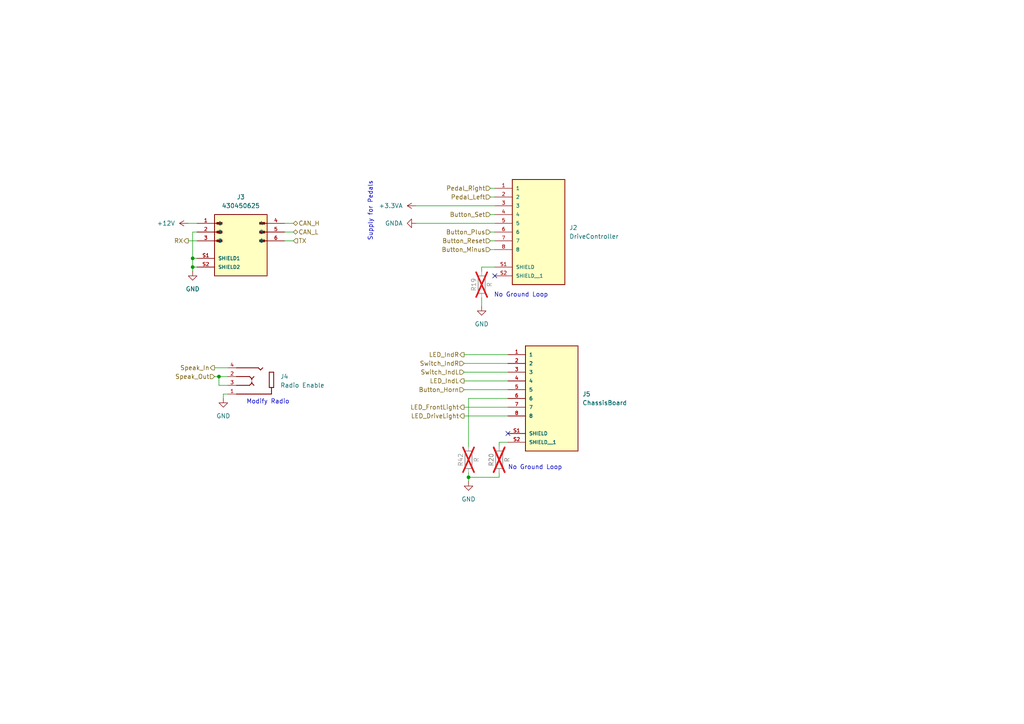
<source format=kicad_sch>
(kicad_sch
	(version 20250114)
	(generator "eeschema")
	(generator_version "9.0")
	(uuid "5200ee28-6439-4871-9b07-bcc421573130")
	(paper "A4")
	(title_block
		(title "Connectors")
		(date "2025-11-01")
		(rev "0")
		(company "Solar Energy Racers")
	)
	(lib_symbols
		(symbol "Device:R"
			(pin_numbers
				(hide yes)
			)
			(pin_names
				(offset 0)
			)
			(exclude_from_sim no)
			(in_bom yes)
			(on_board yes)
			(property "Reference" "R"
				(at 2.032 0 90)
				(effects
					(font
						(size 1.27 1.27)
					)
				)
			)
			(property "Value" "R"
				(at 0 0 90)
				(effects
					(font
						(size 1.27 1.27)
					)
				)
			)
			(property "Footprint" ""
				(at -1.778 0 90)
				(effects
					(font
						(size 1.27 1.27)
					)
					(hide yes)
				)
			)
			(property "Datasheet" "~"
				(at 0 0 0)
				(effects
					(font
						(size 1.27 1.27)
					)
					(hide yes)
				)
			)
			(property "Description" "Resistor"
				(at 0 0 0)
				(effects
					(font
						(size 1.27 1.27)
					)
					(hide yes)
				)
			)
			(property "ki_keywords" "R res resistor"
				(at 0 0 0)
				(effects
					(font
						(size 1.27 1.27)
					)
					(hide yes)
				)
			)
			(property "ki_fp_filters" "R_*"
				(at 0 0 0)
				(effects
					(font
						(size 1.27 1.27)
					)
					(hide yes)
				)
			)
			(symbol "R_0_1"
				(rectangle
					(start -1.016 -2.54)
					(end 1.016 2.54)
					(stroke
						(width 0.254)
						(type default)
					)
					(fill
						(type none)
					)
				)
			)
			(symbol "R_1_1"
				(pin passive line
					(at 0 3.81 270)
					(length 1.27)
					(name "~"
						(effects
							(font
								(size 1.27 1.27)
							)
						)
					)
					(number "1"
						(effects
							(font
								(size 1.27 1.27)
							)
						)
					)
				)
				(pin passive line
					(at 0 -3.81 90)
					(length 1.27)
					(name "~"
						(effects
							(font
								(size 1.27 1.27)
							)
						)
					)
					(number "2"
						(effects
							(font
								(size 1.27 1.27)
							)
						)
					)
				)
			)
			(embedded_fonts no)
		)
		(symbol "Imported_Symbols:430450625"
			(pin_names
				(offset 1.016)
			)
			(exclude_from_sim no)
			(in_bom yes)
			(on_board yes)
			(property "Reference" "J"
				(at -7.62 8.89 0)
				(effects
					(font
						(size 1.27 1.27)
					)
					(justify left bottom)
				)
			)
			(property "Value" "430450625"
				(at -7.62 -12.7 0)
				(effects
					(font
						(size 1.27 1.27)
					)
					(justify left bottom)
				)
			)
			(property "Footprint" "Imported_Footprints:MOLEX_430450625"
				(at 0 0 0)
				(effects
					(font
						(size 1.27 1.27)
					)
					(justify bottom)
					(hide yes)
				)
			)
			(property "Datasheet" ""
				(at 0 0 0)
				(effects
					(font
						(size 1.27 1.27)
					)
					(hide yes)
				)
			)
			(property "Description" ""
				(at 0 0 0)
				(effects
					(font
						(size 1.27 1.27)
					)
					(hide yes)
				)
			)
			(property "PARTREV" "H4"
				(at 0 0 0)
				(effects
					(font
						(size 1.27 1.27)
					)
					(justify bottom)
					(hide yes)
				)
			)
			(property "STANDARD" "Manufacturer Recommendations"
				(at 0 0 0)
				(effects
					(font
						(size 1.27 1.27)
					)
					(justify bottom)
					(hide yes)
				)
			)
			(property "MAXIMUM_PACKAGE_HEIGHT" "9.91mm"
				(at 0 0 0)
				(effects
					(font
						(size 1.27 1.27)
					)
					(justify bottom)
					(hide yes)
				)
			)
			(property "MANUFACTURER" "Molex"
				(at 0 0 0)
				(effects
					(font
						(size 1.27 1.27)
					)
					(justify bottom)
					(hide yes)
				)
			)
			(symbol "430450625_0_0"
				(polyline
					(pts
						(xy -7.62 5.08) (xy -5.715 5.08)
					)
					(stroke
						(width 0.254)
						(type default)
					)
					(fill
						(type none)
					)
				)
				(polyline
					(pts
						(xy -7.62 2.54) (xy -5.715 2.54)
					)
					(stroke
						(width 0.254)
						(type default)
					)
					(fill
						(type none)
					)
				)
				(polyline
					(pts
						(xy -7.62 0) (xy -5.715 0)
					)
					(stroke
						(width 0.254)
						(type default)
					)
					(fill
						(type none)
					)
				)
				(rectangle
					(start -7.62 -10.16)
					(end 7.62 7.62)
					(stroke
						(width 0.254)
						(type default)
					)
					(fill
						(type background)
					)
				)
				(rectangle
					(start -6.985 4.7625)
					(end -5.3975 5.3975)
					(stroke
						(width 0.1)
						(type default)
					)
					(fill
						(type outline)
					)
				)
				(rectangle
					(start -6.985 2.2225)
					(end -5.3975 2.8575)
					(stroke
						(width 0.1)
						(type default)
					)
					(fill
						(type outline)
					)
				)
				(rectangle
					(start -6.985 -0.3175)
					(end -5.3975 0.3175)
					(stroke
						(width 0.1)
						(type default)
					)
					(fill
						(type outline)
					)
				)
				(rectangle
					(start 5.3975 4.7625)
					(end 6.985 5.3975)
					(stroke
						(width 0.1)
						(type default)
					)
					(fill
						(type outline)
					)
				)
				(rectangle
					(start 5.3975 2.2225)
					(end 6.985 2.8575)
					(stroke
						(width 0.1)
						(type default)
					)
					(fill
						(type outline)
					)
				)
				(rectangle
					(start 5.3975 -0.3175)
					(end 6.985 0.3175)
					(stroke
						(width 0.1)
						(type default)
					)
					(fill
						(type outline)
					)
				)
				(polyline
					(pts
						(xy 7.62 5.08) (xy 5.715 5.08)
					)
					(stroke
						(width 0.254)
						(type default)
					)
					(fill
						(type none)
					)
				)
				(polyline
					(pts
						(xy 7.62 2.54) (xy 5.715 2.54)
					)
					(stroke
						(width 0.254)
						(type default)
					)
					(fill
						(type none)
					)
				)
				(polyline
					(pts
						(xy 7.62 0) (xy 5.715 0)
					)
					(stroke
						(width 0.254)
						(type default)
					)
					(fill
						(type none)
					)
				)
				(pin passive line
					(at -12.7 5.08 0)
					(length 5.08)
					(name "1"
						(effects
							(font
								(size 1.016 1.016)
							)
						)
					)
					(number "1"
						(effects
							(font
								(size 1.016 1.016)
							)
						)
					)
				)
				(pin passive line
					(at -12.7 2.54 0)
					(length 5.08)
					(name "2"
						(effects
							(font
								(size 1.016 1.016)
							)
						)
					)
					(number "2"
						(effects
							(font
								(size 1.016 1.016)
							)
						)
					)
				)
				(pin passive line
					(at -12.7 0 0)
					(length 5.08)
					(name "3"
						(effects
							(font
								(size 1.016 1.016)
							)
						)
					)
					(number "3"
						(effects
							(font
								(size 1.016 1.016)
							)
						)
					)
				)
				(pin passive line
					(at -12.7 -5.08 0)
					(length 5.08)
					(name "SHIELD1"
						(effects
							(font
								(size 1.016 1.016)
							)
						)
					)
					(number "S1"
						(effects
							(font
								(size 1.016 1.016)
							)
						)
					)
				)
				(pin passive line
					(at -12.7 -7.62 0)
					(length 5.08)
					(name "SHIELD2"
						(effects
							(font
								(size 1.016 1.016)
							)
						)
					)
					(number "S2"
						(effects
							(font
								(size 1.016 1.016)
							)
						)
					)
				)
				(pin passive line
					(at 12.7 5.08 180)
					(length 5.08)
					(name "4"
						(effects
							(font
								(size 1.016 1.016)
							)
						)
					)
					(number "4"
						(effects
							(font
								(size 1.016 1.016)
							)
						)
					)
				)
				(pin passive line
					(at 12.7 2.54 180)
					(length 5.08)
					(name "5"
						(effects
							(font
								(size 1.016 1.016)
							)
						)
					)
					(number "5"
						(effects
							(font
								(size 1.016 1.016)
							)
						)
					)
				)
				(pin passive line
					(at 12.7 0 180)
					(length 5.08)
					(name "6"
						(effects
							(font
								(size 1.016 1.016)
							)
						)
					)
					(number "6"
						(effects
							(font
								(size 1.016 1.016)
							)
						)
					)
				)
			)
			(embedded_fonts no)
		)
		(symbol "Imported_Symbols:CRJ027-1-TH"
			(pin_names
				(offset 1.016)
			)
			(exclude_from_sim no)
			(in_bom yes)
			(on_board yes)
			(property "Reference" "J"
				(at -7.62 13.97 0)
				(effects
					(font
						(size 1.27 1.27)
					)
					(justify left bottom)
				)
			)
			(property "Value" "CRJ027-1-TH"
				(at -7.62 -19.05 0)
				(effects
					(font
						(size 1.27 1.27)
					)
					(justify left top)
				)
			)
			(property "Footprint" "Imported_Footprints:CUI_CRJ027-1-TH"
				(at 0 0 0)
				(effects
					(font
						(size 1.27 1.27)
					)
					(justify bottom)
					(hide yes)
				)
			)
			(property "Datasheet" ""
				(at 0 0 0)
				(effects
					(font
						(size 1.27 1.27)
					)
					(hide yes)
				)
			)
			(property "Description" ""
				(at 0 0 0)
				(effects
					(font
						(size 1.27 1.27)
					)
					(hide yes)
				)
			)
			(property "PARTREV" "1.0"
				(at 0 0 0)
				(effects
					(font
						(size 1.27 1.27)
					)
					(justify bottom)
					(hide yes)
				)
			)
			(property "STANDARD" "Manufacturer Recommendations"
				(at 0 0 0)
				(effects
					(font
						(size 1.27 1.27)
					)
					(justify bottom)
					(hide yes)
				)
			)
			(property "MAXIMUM_PACKAGE_HEIGHT" "16.55mm"
				(at 0 0 0)
				(effects
					(font
						(size 1.27 1.27)
					)
					(justify bottom)
					(hide yes)
				)
			)
			(property "MANUFACTURER" "CUI Devices"
				(at 0 0 0)
				(effects
					(font
						(size 1.27 1.27)
					)
					(justify bottom)
					(hide yes)
				)
			)
			(symbol "CRJ027-1-TH_0_0"
				(rectangle
					(start -7.62 12.7)
					(end 7.62 -17.78)
					(stroke
						(width 0.254)
						(type default)
					)
					(fill
						(type background)
					)
				)
				(pin passive line
					(at -12.7 10.16 0)
					(length 5.08)
					(name "1"
						(effects
							(font
								(size 1.016 1.016)
							)
						)
					)
					(number "1"
						(effects
							(font
								(size 1.016 1.016)
							)
						)
					)
				)
				(pin passive line
					(at -12.7 7.62 0)
					(length 5.08)
					(name "2"
						(effects
							(font
								(size 1.016 1.016)
							)
						)
					)
					(number "2"
						(effects
							(font
								(size 1.016 1.016)
							)
						)
					)
				)
				(pin passive line
					(at -12.7 5.08 0)
					(length 5.08)
					(name "3"
						(effects
							(font
								(size 1.016 1.016)
							)
						)
					)
					(number "3"
						(effects
							(font
								(size 1.016 1.016)
							)
						)
					)
				)
				(pin passive line
					(at -12.7 2.54 0)
					(length 5.08)
					(name "4"
						(effects
							(font
								(size 1.016 1.016)
							)
						)
					)
					(number "4"
						(effects
							(font
								(size 1.016 1.016)
							)
						)
					)
				)
				(pin passive line
					(at -12.7 0 0)
					(length 5.08)
					(name "5"
						(effects
							(font
								(size 1.016 1.016)
							)
						)
					)
					(number "5"
						(effects
							(font
								(size 1.016 1.016)
							)
						)
					)
				)
				(pin passive line
					(at -12.7 -2.54 0)
					(length 5.08)
					(name "6"
						(effects
							(font
								(size 1.016 1.016)
							)
						)
					)
					(number "6"
						(effects
							(font
								(size 1.016 1.016)
							)
						)
					)
				)
				(pin passive line
					(at -12.7 -5.08 0)
					(length 5.08)
					(name "7"
						(effects
							(font
								(size 1.016 1.016)
							)
						)
					)
					(number "7"
						(effects
							(font
								(size 1.016 1.016)
							)
						)
					)
				)
				(pin passive line
					(at -12.7 -7.62 0)
					(length 5.08)
					(name "8"
						(effects
							(font
								(size 1.016 1.016)
							)
						)
					)
					(number "8"
						(effects
							(font
								(size 1.016 1.016)
							)
						)
					)
				)
				(pin passive line
					(at -12.7 -12.7 0)
					(length 5.08)
					(name "SHIELD"
						(effects
							(font
								(size 1.016 1.016)
							)
						)
					)
					(number "S1"
						(effects
							(font
								(size 1.016 1.016)
							)
						)
					)
				)
				(pin passive line
					(at -12.7 -15.24 0)
					(length 5.08)
					(name "SHIELD__1"
						(effects
							(font
								(size 1.016 1.016)
							)
						)
					)
					(number "S2"
						(effects
							(font
								(size 1.016 1.016)
							)
						)
					)
				)
			)
			(embedded_fonts no)
		)
		(symbol "Imported_Symbols:SJ1-2503A"
			(pin_names
				(offset 1.016)
			)
			(exclude_from_sim no)
			(in_bom yes)
			(on_board yes)
			(property "Reference" "J"
				(at -5.08 3.81 0)
				(effects
					(font
						(size 1.27 1.27)
					)
					(justify left bottom)
				)
			)
			(property "Value" "SJ1-2503A"
				(at -5.08 -7.62 0)
				(effects
					(font
						(size 1.27 1.27)
					)
					(justify left bottom)
				)
			)
			(property "Footprint" "Imported_Footprints:SAMESKY_SJ1-2503A"
				(at 0 0 0)
				(effects
					(font
						(size 1.27 1.27)
					)
					(justify bottom)
					(hide yes)
				)
			)
			(property "Datasheet" ""
				(at 0 0 0)
				(effects
					(font
						(size 1.27 1.27)
					)
					(hide yes)
				)
			)
			(property "Description" ""
				(at 0 0 0)
				(effects
					(font
						(size 1.27 1.27)
					)
					(hide yes)
				)
			)
			(property "PARTREV" "1.06"
				(at 0 0 0)
				(effects
					(font
						(size 1.27 1.27)
					)
					(justify bottom)
					(hide yes)
				)
			)
			(property "STANDARD" "Manufacturer Recommendations"
				(at 0 0 0)
				(effects
					(font
						(size 1.27 1.27)
					)
					(justify bottom)
					(hide yes)
				)
			)
			(property "MAXIMUM_PACKAGE_HEIGHT" "5mm"
				(at 0 0 0)
				(effects
					(font
						(size 1.27 1.27)
					)
					(justify bottom)
					(hide yes)
				)
			)
			(property "MANUFACTURER" "Same Sky"
				(at 0 0 0)
				(effects
					(font
						(size 1.27 1.27)
					)
					(justify bottom)
					(hide yes)
				)
			)
			(symbol "SJ1-2503A_0_0"
				(polyline
					(pts
						(xy -5.715 0.635) (xy -5.08 0.635)
					)
					(stroke
						(width 0.254)
						(type default)
					)
					(fill
						(type none)
					)
				)
				(polyline
					(pts
						(xy -5.715 -3.81) (xy -5.715 0.635)
					)
					(stroke
						(width 0.254)
						(type default)
					)
					(fill
						(type none)
					)
				)
				(polyline
					(pts
						(xy -5.08 2.54) (xy -5.08 0.635)
					)
					(stroke
						(width 0.254)
						(type default)
					)
					(fill
						(type none)
					)
				)
				(polyline
					(pts
						(xy -5.08 0.635) (xy -4.445 0.635)
					)
					(stroke
						(width 0.254)
						(type default)
					)
					(fill
						(type none)
					)
				)
				(polyline
					(pts
						(xy -4.445 0.635) (xy -4.445 -3.81)
					)
					(stroke
						(width 0.254)
						(type default)
					)
					(fill
						(type none)
					)
				)
				(polyline
					(pts
						(xy -4.445 -3.81) (xy -5.715 -3.81)
					)
					(stroke
						(width 0.254)
						(type default)
					)
					(fill
						(type none)
					)
				)
				(polyline
					(pts
						(xy -1.905 -4.445) (xy -2.54 -5.08)
					)
					(stroke
						(width 0.254)
						(type default)
					)
					(fill
						(type none)
					)
				)
				(polyline
					(pts
						(xy -1.27 -5.08) (xy -1.905 -4.445)
					)
					(stroke
						(width 0.254)
						(type default)
					)
					(fill
						(type none)
					)
				)
				(polyline
					(pts
						(xy 0.635 -0.635) (xy 0 0)
					)
					(stroke
						(width 0.254)
						(type default)
					)
					(fill
						(type none)
					)
				)
				(polyline
					(pts
						(xy 0.635 -0.635) (xy 0.635 -1.016)
					)
					(stroke
						(width 0.254)
						(type default)
					)
					(fill
						(type none)
					)
				)
				(polyline
					(pts
						(xy 0.635 -1.905) (xy 0 -2.54)
					)
					(stroke
						(width 0.254)
						(type default)
					)
					(fill
						(type none)
					)
				)
				(polyline
					(pts
						(xy 0.635 -1.905) (xy 0.635 -1.524)
					)
					(stroke
						(width 0.254)
						(type default)
					)
					(fill
						(type none)
					)
				)
				(polyline
					(pts
						(xy 1.27 0) (xy 0.635 -0.635)
					)
					(stroke
						(width 0.254)
						(type default)
					)
					(fill
						(type none)
					)
				)
				(polyline
					(pts
						(xy 1.27 -2.54) (xy 0.635 -1.905)
					)
					(stroke
						(width 0.254)
						(type default)
					)
					(fill
						(type none)
					)
				)
				(polyline
					(pts
						(xy 5.08 2.54) (xy -5.08 2.54)
					)
					(stroke
						(width 0.254)
						(type default)
					)
					(fill
						(type none)
					)
				)
				(polyline
					(pts
						(xy 5.08 0) (xy 1.27 0)
					)
					(stroke
						(width 0.254)
						(type default)
					)
					(fill
						(type none)
					)
				)
				(polyline
					(pts
						(xy 5.08 -2.54) (xy 1.27 -2.54)
					)
					(stroke
						(width 0.254)
						(type default)
					)
					(fill
						(type none)
					)
				)
				(polyline
					(pts
						(xy 5.08 -5.08) (xy -1.27 -5.08)
					)
					(stroke
						(width 0.254)
						(type default)
					)
					(fill
						(type none)
					)
				)
				(pin passive line
					(at 7.62 2.54 180)
					(length 2.54)
					(name "~"
						(effects
							(font
								(size 1.016 1.016)
							)
						)
					)
					(number "1"
						(effects
							(font
								(size 1.016 1.016)
							)
						)
					)
				)
				(pin passive line
					(at 7.62 0 180)
					(length 2.54)
					(name "~"
						(effects
							(font
								(size 1.016 1.016)
							)
						)
					)
					(number "3"
						(effects
							(font
								(size 1.016 1.016)
							)
						)
					)
				)
				(pin passive line
					(at 7.62 -2.54 180)
					(length 2.54)
					(name "~"
						(effects
							(font
								(size 1.016 1.016)
							)
						)
					)
					(number "2"
						(effects
							(font
								(size 1.016 1.016)
							)
						)
					)
				)
				(pin passive line
					(at 7.62 -5.08 180)
					(length 2.54)
					(name "~"
						(effects
							(font
								(size 1.016 1.016)
							)
						)
					)
					(number "4"
						(effects
							(font
								(size 1.016 1.016)
							)
						)
					)
				)
			)
			(embedded_fonts no)
		)
		(symbol "power:+12V"
			(power)
			(pin_numbers
				(hide yes)
			)
			(pin_names
				(offset 0)
				(hide yes)
			)
			(exclude_from_sim no)
			(in_bom yes)
			(on_board yes)
			(property "Reference" "#PWR"
				(at 0 -3.81 0)
				(effects
					(font
						(size 1.27 1.27)
					)
					(hide yes)
				)
			)
			(property "Value" "+12V"
				(at 0 3.556 0)
				(effects
					(font
						(size 1.27 1.27)
					)
				)
			)
			(property "Footprint" ""
				(at 0 0 0)
				(effects
					(font
						(size 1.27 1.27)
					)
					(hide yes)
				)
			)
			(property "Datasheet" ""
				(at 0 0 0)
				(effects
					(font
						(size 1.27 1.27)
					)
					(hide yes)
				)
			)
			(property "Description" "Power symbol creates a global label with name \"+12V\""
				(at 0 0 0)
				(effects
					(font
						(size 1.27 1.27)
					)
					(hide yes)
				)
			)
			(property "ki_keywords" "global power"
				(at 0 0 0)
				(effects
					(font
						(size 1.27 1.27)
					)
					(hide yes)
				)
			)
			(symbol "+12V_0_1"
				(polyline
					(pts
						(xy -0.762 1.27) (xy 0 2.54)
					)
					(stroke
						(width 0)
						(type default)
					)
					(fill
						(type none)
					)
				)
				(polyline
					(pts
						(xy 0 2.54) (xy 0.762 1.27)
					)
					(stroke
						(width 0)
						(type default)
					)
					(fill
						(type none)
					)
				)
				(polyline
					(pts
						(xy 0 0) (xy 0 2.54)
					)
					(stroke
						(width 0)
						(type default)
					)
					(fill
						(type none)
					)
				)
			)
			(symbol "+12V_1_1"
				(pin power_in line
					(at 0 0 90)
					(length 0)
					(name "~"
						(effects
							(font
								(size 1.27 1.27)
							)
						)
					)
					(number "1"
						(effects
							(font
								(size 1.27 1.27)
							)
						)
					)
				)
			)
			(embedded_fonts no)
		)
		(symbol "power:+3.3VA"
			(power)
			(pin_numbers
				(hide yes)
			)
			(pin_names
				(offset 0)
				(hide yes)
			)
			(exclude_from_sim no)
			(in_bom yes)
			(on_board yes)
			(property "Reference" "#PWR"
				(at 0 -3.81 0)
				(effects
					(font
						(size 1.27 1.27)
					)
					(hide yes)
				)
			)
			(property "Value" "+3.3VA"
				(at 0 3.556 0)
				(effects
					(font
						(size 1.27 1.27)
					)
				)
			)
			(property "Footprint" ""
				(at 0 0 0)
				(effects
					(font
						(size 1.27 1.27)
					)
					(hide yes)
				)
			)
			(property "Datasheet" ""
				(at 0 0 0)
				(effects
					(font
						(size 1.27 1.27)
					)
					(hide yes)
				)
			)
			(property "Description" "Power symbol creates a global label with name \"+3.3VA\""
				(at 0 0 0)
				(effects
					(font
						(size 1.27 1.27)
					)
					(hide yes)
				)
			)
			(property "ki_keywords" "global power"
				(at 0 0 0)
				(effects
					(font
						(size 1.27 1.27)
					)
					(hide yes)
				)
			)
			(symbol "+3.3VA_0_1"
				(polyline
					(pts
						(xy -0.762 1.27) (xy 0 2.54)
					)
					(stroke
						(width 0)
						(type default)
					)
					(fill
						(type none)
					)
				)
				(polyline
					(pts
						(xy 0 2.54) (xy 0.762 1.27)
					)
					(stroke
						(width 0)
						(type default)
					)
					(fill
						(type none)
					)
				)
				(polyline
					(pts
						(xy 0 0) (xy 0 2.54)
					)
					(stroke
						(width 0)
						(type default)
					)
					(fill
						(type none)
					)
				)
			)
			(symbol "+3.3VA_1_1"
				(pin power_in line
					(at 0 0 90)
					(length 0)
					(name "~"
						(effects
							(font
								(size 1.27 1.27)
							)
						)
					)
					(number "1"
						(effects
							(font
								(size 1.27 1.27)
							)
						)
					)
				)
			)
			(embedded_fonts no)
		)
		(symbol "power:GND"
			(power)
			(pin_numbers
				(hide yes)
			)
			(pin_names
				(offset 0)
				(hide yes)
			)
			(exclude_from_sim no)
			(in_bom yes)
			(on_board yes)
			(property "Reference" "#PWR"
				(at 0 -6.35 0)
				(effects
					(font
						(size 1.27 1.27)
					)
					(hide yes)
				)
			)
			(property "Value" "GND"
				(at 0 -3.81 0)
				(effects
					(font
						(size 1.27 1.27)
					)
				)
			)
			(property "Footprint" ""
				(at 0 0 0)
				(effects
					(font
						(size 1.27 1.27)
					)
					(hide yes)
				)
			)
			(property "Datasheet" ""
				(at 0 0 0)
				(effects
					(font
						(size 1.27 1.27)
					)
					(hide yes)
				)
			)
			(property "Description" "Power symbol creates a global label with name \"GND\" , ground"
				(at 0 0 0)
				(effects
					(font
						(size 1.27 1.27)
					)
					(hide yes)
				)
			)
			(property "ki_keywords" "global power"
				(at 0 0 0)
				(effects
					(font
						(size 1.27 1.27)
					)
					(hide yes)
				)
			)
			(symbol "GND_0_1"
				(polyline
					(pts
						(xy 0 0) (xy 0 -1.27) (xy 1.27 -1.27) (xy 0 -2.54) (xy -1.27 -1.27) (xy 0 -1.27)
					)
					(stroke
						(width 0)
						(type default)
					)
					(fill
						(type none)
					)
				)
			)
			(symbol "GND_1_1"
				(pin power_in line
					(at 0 0 270)
					(length 0)
					(name "~"
						(effects
							(font
								(size 1.27 1.27)
							)
						)
					)
					(number "1"
						(effects
							(font
								(size 1.27 1.27)
							)
						)
					)
				)
			)
			(embedded_fonts no)
		)
		(symbol "power:GNDA"
			(power)
			(pin_numbers
				(hide yes)
			)
			(pin_names
				(offset 0)
				(hide yes)
			)
			(exclude_from_sim no)
			(in_bom yes)
			(on_board yes)
			(property "Reference" "#PWR"
				(at 0 -6.35 0)
				(effects
					(font
						(size 1.27 1.27)
					)
					(hide yes)
				)
			)
			(property "Value" "GNDA"
				(at 0 -3.81 0)
				(effects
					(font
						(size 1.27 1.27)
					)
				)
			)
			(property "Footprint" ""
				(at 0 0 0)
				(effects
					(font
						(size 1.27 1.27)
					)
					(hide yes)
				)
			)
			(property "Datasheet" ""
				(at 0 0 0)
				(effects
					(font
						(size 1.27 1.27)
					)
					(hide yes)
				)
			)
			(property "Description" "Power symbol creates a global label with name \"GNDA\" , analog ground"
				(at 0 0 0)
				(effects
					(font
						(size 1.27 1.27)
					)
					(hide yes)
				)
			)
			(property "ki_keywords" "global power"
				(at 0 0 0)
				(effects
					(font
						(size 1.27 1.27)
					)
					(hide yes)
				)
			)
			(symbol "GNDA_0_1"
				(polyline
					(pts
						(xy 0 0) (xy 0 -1.27) (xy 1.27 -1.27) (xy 0 -2.54) (xy -1.27 -1.27) (xy 0 -1.27)
					)
					(stroke
						(width 0)
						(type default)
					)
					(fill
						(type none)
					)
				)
			)
			(symbol "GNDA_1_1"
				(pin power_in line
					(at 0 0 270)
					(length 0)
					(name "~"
						(effects
							(font
								(size 1.27 1.27)
							)
						)
					)
					(number "1"
						(effects
							(font
								(size 1.27 1.27)
							)
						)
					)
				)
			)
			(embedded_fonts no)
		)
	)
	(text "Modify Radio"
		(exclude_from_sim no)
		(at 77.724 116.586 0)
		(effects
			(font
				(size 1.27 1.27)
			)
		)
		(uuid "07dbe629-067c-4253-9f23-701b5b43b456")
	)
	(text "No Ground Loop"
		(exclude_from_sim no)
		(at 155.194 135.636 0)
		(effects
			(font
				(size 1.27 1.27)
			)
		)
		(uuid "1ef426f6-48e6-4a1f-9974-7c359ec23ecf")
	)
	(text "Supply for Pedals"
		(exclude_from_sim no)
		(at 107.442 61.214 90)
		(effects
			(font
				(size 1.27 1.27)
			)
		)
		(uuid "38baefcf-52e7-49ca-b25c-8e4dc5660e71")
	)
	(text "No Ground Loop"
		(exclude_from_sim no)
		(at 151.13 85.598 0)
		(effects
			(font
				(size 1.27 1.27)
			)
		)
		(uuid "77384bfd-bf00-432e-a887-d827bc292e40")
	)
	(junction
		(at 135.89 138.43)
		(diameter 0)
		(color 0 0 0 0)
		(uuid "39683fc9-ac0b-49a4-92ed-c3c851f73b97")
	)
	(junction
		(at 55.88 74.93)
		(diameter 0)
		(color 0 0 0 0)
		(uuid "83789829-60c0-40f0-94cc-cf84a094f47c")
	)
	(junction
		(at 55.88 77.47)
		(diameter 0)
		(color 0 0 0 0)
		(uuid "9c5935d4-7d7c-4483-ac4b-6e54e1ab6ef4")
	)
	(junction
		(at 63.5 109.22)
		(diameter 0)
		(color 0 0 0 0)
		(uuid "d4ece0db-1bb3-45dc-bdcd-5b3a3598f7ed")
	)
	(no_connect
		(at 147.32 125.73)
		(uuid "5a12e6fd-211f-42c4-a793-7240f9a57008")
	)
	(no_connect
		(at 143.51 80.01)
		(uuid "a34f03ef-1791-4e85-92f1-e3a6e078a8fa")
	)
	(wire
		(pts
			(xy 139.7 77.47) (xy 139.7 78.74)
		)
		(stroke
			(width 0)
			(type default)
		)
		(uuid "08cd9ded-9895-430b-8ccb-492cdba61f01")
	)
	(wire
		(pts
			(xy 63.5 111.76) (xy 66.04 111.76)
		)
		(stroke
			(width 0)
			(type default)
		)
		(uuid "0cdb88e6-2a65-4266-91d2-aeed722ae971")
	)
	(wire
		(pts
			(xy 135.89 138.43) (xy 135.89 139.7)
		)
		(stroke
			(width 0)
			(type default)
		)
		(uuid "1af3c70c-f3dc-4496-80d0-05c7357d18a3")
	)
	(wire
		(pts
			(xy 142.24 67.31) (xy 143.51 67.31)
		)
		(stroke
			(width 0)
			(type default)
		)
		(uuid "20b5400f-faa9-485a-bbc5-e25bf23202c1")
	)
	(wire
		(pts
			(xy 142.24 54.61) (xy 143.51 54.61)
		)
		(stroke
			(width 0)
			(type default)
		)
		(uuid "219c1dde-f561-4539-9d24-c81ea6bf1442")
	)
	(wire
		(pts
			(xy 62.23 106.68) (xy 66.04 106.68)
		)
		(stroke
			(width 0)
			(type default)
		)
		(uuid "24cbb4c9-950c-445a-8b77-da4131fb2464")
	)
	(wire
		(pts
			(xy 147.32 128.27) (xy 144.78 128.27)
		)
		(stroke
			(width 0)
			(type default)
		)
		(uuid "2c2d82e6-aafa-464c-adfe-ba95126889af")
	)
	(wire
		(pts
			(xy 134.62 105.41) (xy 147.32 105.41)
		)
		(stroke
			(width 0)
			(type default)
		)
		(uuid "2ed0596f-848c-4707-9c13-cbaea874e960")
	)
	(wire
		(pts
			(xy 134.62 102.87) (xy 147.32 102.87)
		)
		(stroke
			(width 0)
			(type default)
		)
		(uuid "3066f8f9-fde0-498c-b98a-2627d65d8fb7")
	)
	(wire
		(pts
			(xy 135.89 115.57) (xy 147.32 115.57)
		)
		(stroke
			(width 0)
			(type default)
		)
		(uuid "32d2ddb3-d4b4-482a-abf9-4a385e78e645")
	)
	(wire
		(pts
			(xy 134.62 113.03) (xy 147.32 113.03)
		)
		(stroke
			(width 0)
			(type default)
		)
		(uuid "32e244f8-45e3-4b26-abf1-b5bdc40851ca")
	)
	(wire
		(pts
			(xy 135.89 138.43) (xy 144.78 138.43)
		)
		(stroke
			(width 0)
			(type default)
		)
		(uuid "3b7e2b53-e251-4d54-800b-a3f06e301487")
	)
	(wire
		(pts
			(xy 55.88 77.47) (xy 55.88 78.74)
		)
		(stroke
			(width 0)
			(type default)
		)
		(uuid "3ef3f75a-5bb5-4db7-bfd4-b14a59bccc12")
	)
	(wire
		(pts
			(xy 144.78 138.43) (xy 144.78 137.16)
		)
		(stroke
			(width 0)
			(type default)
		)
		(uuid "49e56d7f-8f0f-47f9-bcbe-6ad6d8033d05")
	)
	(wire
		(pts
			(xy 55.88 67.31) (xy 55.88 74.93)
		)
		(stroke
			(width 0)
			(type default)
		)
		(uuid "50d345b7-88e4-41c1-8975-676182acd19c")
	)
	(wire
		(pts
			(xy 57.15 67.31) (xy 55.88 67.31)
		)
		(stroke
			(width 0)
			(type default)
		)
		(uuid "554a8e60-70f0-4750-9f7e-ce8dc687165b")
	)
	(wire
		(pts
			(xy 120.65 59.69) (xy 143.51 59.69)
		)
		(stroke
			(width 0)
			(type default)
		)
		(uuid "56f6de3e-3dd7-405c-adb3-304465d672de")
	)
	(wire
		(pts
			(xy 54.61 64.77) (xy 57.15 64.77)
		)
		(stroke
			(width 0)
			(type default)
		)
		(uuid "5f5f19b5-f390-4cb8-856f-3def2eb12788")
	)
	(wire
		(pts
			(xy 135.89 137.16) (xy 135.89 138.43)
		)
		(stroke
			(width 0)
			(type default)
		)
		(uuid "617654fc-4c89-4d70-9ee1-44c62062137e")
	)
	(wire
		(pts
			(xy 63.5 109.22) (xy 66.04 109.22)
		)
		(stroke
			(width 0)
			(type default)
		)
		(uuid "699a398f-0536-4e38-a1f4-7797f5537992")
	)
	(wire
		(pts
			(xy 142.24 69.85) (xy 143.51 69.85)
		)
		(stroke
			(width 0)
			(type default)
		)
		(uuid "70ca41d2-7f9c-426b-a348-a13c1458fc4f")
	)
	(wire
		(pts
			(xy 64.77 114.3) (xy 64.77 115.57)
		)
		(stroke
			(width 0)
			(type default)
		)
		(uuid "76e11ef2-13c4-401c-a6f0-e66b04a4e378")
	)
	(wire
		(pts
			(xy 62.23 109.22) (xy 63.5 109.22)
		)
		(stroke
			(width 0)
			(type default)
		)
		(uuid "79a86313-96af-481b-9eb0-1f6a1f94e561")
	)
	(wire
		(pts
			(xy 85.09 64.77) (xy 82.55 64.77)
		)
		(stroke
			(width 0)
			(type default)
		)
		(uuid "79c3dab1-1474-474d-820f-ec356aa0b03d")
	)
	(wire
		(pts
			(xy 85.09 67.31) (xy 82.55 67.31)
		)
		(stroke
			(width 0)
			(type default)
		)
		(uuid "870350c2-0176-4354-8586-e7122ec0dd40")
	)
	(wire
		(pts
			(xy 139.7 86.36) (xy 139.7 88.9)
		)
		(stroke
			(width 0)
			(type default)
		)
		(uuid "883b1df5-ff00-49a4-a178-0f2d4ca2b356")
	)
	(wire
		(pts
			(xy 54.61 69.85) (xy 57.15 69.85)
		)
		(stroke
			(width 0)
			(type default)
		)
		(uuid "8c95b3b1-122d-400d-8fa9-d9e100f43e3e")
	)
	(wire
		(pts
			(xy 134.62 107.95) (xy 147.32 107.95)
		)
		(stroke
			(width 0)
			(type default)
		)
		(uuid "9919ca8d-7084-41bf-ae6d-88d726ef0ac3")
	)
	(wire
		(pts
			(xy 135.89 115.57) (xy 135.89 129.54)
		)
		(stroke
			(width 0)
			(type default)
		)
		(uuid "9c7db1a1-c97c-44cb-9f96-6fdd00c3bc11")
	)
	(wire
		(pts
			(xy 57.15 74.93) (xy 55.88 74.93)
		)
		(stroke
			(width 0)
			(type default)
		)
		(uuid "bcb5e8b4-89af-4d7d-a865-dc6196845490")
	)
	(wire
		(pts
			(xy 134.62 120.65) (xy 147.32 120.65)
		)
		(stroke
			(width 0)
			(type default)
		)
		(uuid "be5c6833-98fe-41c9-9566-48024ac44746")
	)
	(wire
		(pts
			(xy 120.65 64.77) (xy 143.51 64.77)
		)
		(stroke
			(width 0)
			(type default)
		)
		(uuid "c3df5fda-5706-444f-beac-c2a0f6bd61fa")
	)
	(wire
		(pts
			(xy 142.24 57.15) (xy 143.51 57.15)
		)
		(stroke
			(width 0)
			(type default)
		)
		(uuid "cbabb452-15f9-4f6a-af36-a3e3a2db0dba")
	)
	(wire
		(pts
			(xy 63.5 109.22) (xy 63.5 111.76)
		)
		(stroke
			(width 0)
			(type default)
		)
		(uuid "cd8fd0ee-425d-4c34-8f93-194e6ea58505")
	)
	(wire
		(pts
			(xy 143.51 77.47) (xy 139.7 77.47)
		)
		(stroke
			(width 0)
			(type default)
		)
		(uuid "d08007a1-2698-4c1e-91d1-49f50d395ecf")
	)
	(wire
		(pts
			(xy 142.24 72.39) (xy 143.51 72.39)
		)
		(stroke
			(width 0)
			(type default)
		)
		(uuid "d1dbaffd-f368-4ac2-98bd-a1221373386a")
	)
	(wire
		(pts
			(xy 144.78 128.27) (xy 144.78 129.54)
		)
		(stroke
			(width 0)
			(type default)
		)
		(uuid "da1cd1ac-cd1e-4c94-bc7b-acbea387eda1")
	)
	(wire
		(pts
			(xy 85.09 69.85) (xy 82.55 69.85)
		)
		(stroke
			(width 0)
			(type default)
		)
		(uuid "df5b87ed-fe78-447f-85c5-a37aca0ee6a1")
	)
	(wire
		(pts
			(xy 66.04 114.3) (xy 64.77 114.3)
		)
		(stroke
			(width 0)
			(type default)
		)
		(uuid "e32a8ef2-85cf-4bd4-81d9-3a2d43632522")
	)
	(wire
		(pts
			(xy 142.24 62.23) (xy 143.51 62.23)
		)
		(stroke
			(width 0)
			(type default)
		)
		(uuid "e361c912-0e4c-40b4-9849-d6e4632389d0")
	)
	(wire
		(pts
			(xy 55.88 77.47) (xy 57.15 77.47)
		)
		(stroke
			(width 0)
			(type default)
		)
		(uuid "e677c694-b752-4105-8cda-851db5810307")
	)
	(wire
		(pts
			(xy 55.88 74.93) (xy 55.88 77.47)
		)
		(stroke
			(width 0)
			(type default)
		)
		(uuid "f0f9e2b7-5af5-4130-90f5-ff8d6b511aca")
	)
	(wire
		(pts
			(xy 134.62 118.11) (xy 147.32 118.11)
		)
		(stroke
			(width 0)
			(type default)
		)
		(uuid "f9c2bd6d-18fc-42e4-ba89-002cb1c6b092")
	)
	(wire
		(pts
			(xy 134.62 110.49) (xy 147.32 110.49)
		)
		(stroke
			(width 0)
			(type default)
		)
		(uuid "fb213177-35d0-4e99-8ac8-7131bde56351")
	)
	(hierarchical_label "RX"
		(shape output)
		(at 54.61 69.85 180)
		(effects
			(font
				(size 1.27 1.27)
			)
			(justify right)
		)
		(uuid "1183a887-5588-4373-a6b7-03c58b58c13b")
	)
	(hierarchical_label "LED_FrontLight"
		(shape output)
		(at 134.62 118.11 180)
		(effects
			(font
				(size 1.27 1.27)
			)
			(justify right)
		)
		(uuid "1a065fca-afa7-42da-8c53-5eb95c186758")
	)
	(hierarchical_label "Button_Set"
		(shape input)
		(at 142.24 62.23 180)
		(effects
			(font
				(size 1.27 1.27)
			)
			(justify right)
		)
		(uuid "54d9854a-4db2-4700-b696-4696aaf03f2b")
	)
	(hierarchical_label "LED_IndL"
		(shape output)
		(at 134.62 110.49 180)
		(effects
			(font
				(size 1.27 1.27)
			)
			(justify right)
		)
		(uuid "5e418f5c-a44f-477b-ac9d-cfa1b347118e")
	)
	(hierarchical_label "CAN_H"
		(shape bidirectional)
		(at 85.09 64.77 0)
		(effects
			(font
				(size 1.27 1.27)
			)
			(justify left)
		)
		(uuid "676acf69-82c5-435e-ae9b-2cdca48e0f81")
	)
	(hierarchical_label "Speak_In"
		(shape output)
		(at 62.23 106.68 180)
		(effects
			(font
				(size 1.27 1.27)
			)
			(justify right)
		)
		(uuid "690ec24e-b4f3-4f0f-93a6-71bfd0187d32")
	)
	(hierarchical_label "Pedal_Right"
		(shape input)
		(at 142.24 54.61 180)
		(effects
			(font
				(size 1.27 1.27)
			)
			(justify right)
		)
		(uuid "6ba8f344-573b-43a3-a1a2-c2d4f23a3275")
	)
	(hierarchical_label "CAN_L"
		(shape bidirectional)
		(at 85.09 67.31 0)
		(effects
			(font
				(size 1.27 1.27)
			)
			(justify left)
		)
		(uuid "7431d594-05d8-410e-9f2e-003312690e4d")
	)
	(hierarchical_label "Pedal_Left"
		(shape input)
		(at 142.24 57.15 180)
		(effects
			(font
				(size 1.27 1.27)
			)
			(justify right)
		)
		(uuid "92dc6af4-4f30-4ab2-ac0a-437a2af8fca3")
	)
	(hierarchical_label "Speak_Out"
		(shape input)
		(at 62.23 109.22 180)
		(effects
			(font
				(size 1.27 1.27)
			)
			(justify right)
		)
		(uuid "954171f6-7287-4f8b-83bd-61ad04a967e8")
	)
	(hierarchical_label "Button_Minus"
		(shape input)
		(at 142.24 72.39 180)
		(effects
			(font
				(size 1.27 1.27)
			)
			(justify right)
		)
		(uuid "9f138919-7909-4118-bc2e-a4d66b1ecbc4")
	)
	(hierarchical_label "LED_IndR"
		(shape output)
		(at 134.62 102.87 180)
		(effects
			(font
				(size 1.27 1.27)
			)
			(justify right)
		)
		(uuid "a2a203e8-42f8-4910-8b9a-0d33e2831d00")
	)
	(hierarchical_label "Button_Horn"
		(shape input)
		(at 134.62 113.03 180)
		(effects
			(font
				(size 1.27 1.27)
			)
			(justify right)
		)
		(uuid "b2a1825d-4e81-4478-9224-68694a2d1efe")
	)
	(hierarchical_label "Button_Reset"
		(shape input)
		(at 142.24 69.85 180)
		(effects
			(font
				(size 1.27 1.27)
			)
			(justify right)
		)
		(uuid "b7b243c1-342b-4665-9767-61d0644f3940")
	)
	(hierarchical_label "TX"
		(shape input)
		(at 85.09 69.85 0)
		(effects
			(font
				(size 1.27 1.27)
			)
			(justify left)
		)
		(uuid "b7f9a08c-107a-4eea-9587-8922c86943e1")
	)
	(hierarchical_label "Switch_IndL"
		(shape input)
		(at 134.62 107.95 180)
		(effects
			(font
				(size 1.27 1.27)
			)
			(justify right)
		)
		(uuid "c728bfbc-35b5-4792-af6e-19b22dce534c")
	)
	(hierarchical_label "Switch_IndR"
		(shape input)
		(at 134.62 105.41 180)
		(effects
			(font
				(size 1.27 1.27)
			)
			(justify right)
		)
		(uuid "cd3f026b-9bb4-4df0-87a1-85f3bacc3139")
	)
	(hierarchical_label "LED_DriveLight"
		(shape output)
		(at 134.62 120.65 180)
		(effects
			(font
				(size 1.27 1.27)
			)
			(justify right)
		)
		(uuid "d9c1754a-e981-424b-a4a6-31e01178b69a")
	)
	(hierarchical_label "Button_Plus"
		(shape input)
		(at 142.24 67.31 180)
		(effects
			(font
				(size 1.27 1.27)
			)
			(justify right)
		)
		(uuid "e4922442-4b2a-41be-a250-13ee7189b867")
	)
	(symbol
		(lib_id "Device:R")
		(at 144.78 133.35 180)
		(unit 1)
		(exclude_from_sim no)
		(in_bom no)
		(on_board yes)
		(dnp yes)
		(uuid "076571e0-a326-427e-81b3-ec37af5ab44a")
		(property "Reference" "R20"
			(at 142.494 133.35 90)
			(effects
				(font
					(size 1.27 1.27)
				)
			)
		)
		(property "Value" "R"
			(at 147.066 133.35 90)
			(effects
				(font
					(size 1.27 1.27)
				)
			)
		)
		(property "Footprint" "Resistor_SMD:R_0603_1608Metric"
			(at 146.558 133.35 90)
			(effects
				(font
					(size 1.27 1.27)
				)
				(hide yes)
			)
		)
		(property "Datasheet" "~"
			(at 144.78 133.35 0)
			(effects
				(font
					(size 1.27 1.27)
				)
				(hide yes)
			)
		)
		(property "Description" "Resistor"
			(at 144.78 133.35 0)
			(effects
				(font
					(size 1.27 1.27)
				)
				(hide yes)
			)
		)
		(pin "1"
			(uuid "d013a8ff-e88f-423f-bd25-2998939c7d68")
		)
		(pin "2"
			(uuid "25cb635a-51bb-4b76-a291-23e0c51513d5")
		)
		(instances
			(project "AuxController"
				(path "/9544068f-39f5-4662-8d0e-f77047cf820d/a045f55d-01e5-4457-a155-a010288650bb"
					(reference "R20")
					(unit 1)
				)
			)
		)
	)
	(symbol
		(lib_id "power:+12V")
		(at 54.61 64.77 90)
		(unit 1)
		(exclude_from_sim no)
		(in_bom yes)
		(on_board yes)
		(dnp no)
		(fields_autoplaced yes)
		(uuid "19444a29-f7ce-4409-a046-2dcd963f4f9a")
		(property "Reference" "#PWR025"
			(at 58.42 64.77 0)
			(effects
				(font
					(size 1.27 1.27)
				)
				(hide yes)
			)
		)
		(property "Value" "+12V"
			(at 50.8 64.7699 90)
			(effects
				(font
					(size 1.27 1.27)
				)
				(justify left)
			)
		)
		(property "Footprint" ""
			(at 54.61 64.77 0)
			(effects
				(font
					(size 1.27 1.27)
				)
				(hide yes)
			)
		)
		(property "Datasheet" ""
			(at 54.61 64.77 0)
			(effects
				(font
					(size 1.27 1.27)
				)
				(hide yes)
			)
		)
		(property "Description" "Power symbol creates a global label with name \"+12V\""
			(at 54.61 64.77 0)
			(effects
				(font
					(size 1.27 1.27)
				)
				(hide yes)
			)
		)
		(pin "1"
			(uuid "758d710b-ed78-4bd1-9558-86c97fb64aa5")
		)
		(instances
			(project ""
				(path "/9544068f-39f5-4662-8d0e-f77047cf820d/a045f55d-01e5-4457-a155-a010288650bb"
					(reference "#PWR025")
					(unit 1)
				)
			)
		)
	)
	(symbol
		(lib_id "power:GNDA")
		(at 120.65 64.77 270)
		(unit 1)
		(exclude_from_sim no)
		(in_bom yes)
		(on_board yes)
		(dnp no)
		(fields_autoplaced yes)
		(uuid "4734ff39-33ef-4a68-8a59-86f1f1869f40")
		(property "Reference" "#PWR026"
			(at 114.3 64.77 0)
			(effects
				(font
					(size 1.27 1.27)
				)
				(hide yes)
			)
		)
		(property "Value" "GNDA"
			(at 116.84 64.7699 90)
			(effects
				(font
					(size 1.27 1.27)
				)
				(justify right)
			)
		)
		(property "Footprint" ""
			(at 120.65 64.77 0)
			(effects
				(font
					(size 1.27 1.27)
				)
				(hide yes)
			)
		)
		(property "Datasheet" ""
			(at 120.65 64.77 0)
			(effects
				(font
					(size 1.27 1.27)
				)
				(hide yes)
			)
		)
		(property "Description" "Power symbol creates a global label with name \"GNDA\" , analog ground"
			(at 120.65 64.77 0)
			(effects
				(font
					(size 1.27 1.27)
				)
				(hide yes)
			)
		)
		(pin "1"
			(uuid "03c4865e-0355-4350-a337-b981118f4f0a")
		)
		(instances
			(project ""
				(path "/9544068f-39f5-4662-8d0e-f77047cf820d/a045f55d-01e5-4457-a155-a010288650bb"
					(reference "#PWR026")
					(unit 1)
				)
			)
		)
	)
	(symbol
		(lib_id "Imported_Symbols:CRJ027-1-TH")
		(at 160.02 113.03 0)
		(unit 1)
		(exclude_from_sim no)
		(in_bom yes)
		(on_board yes)
		(dnp no)
		(fields_autoplaced yes)
		(uuid "55730fd5-cc5e-43fa-aa3f-16d715718b8d")
		(property "Reference" "J5"
			(at 168.91 114.2999 0)
			(effects
				(font
					(size 1.27 1.27)
				)
				(justify left)
			)
		)
		(property "Value" "ChassisBoard"
			(at 168.91 116.8399 0)
			(effects
				(font
					(size 1.27 1.27)
				)
				(justify left)
			)
		)
		(property "Footprint" "Imported_Footprints:CUI_CRJ027-1-TH"
			(at 160.02 113.03 0)
			(effects
				(font
					(size 1.27 1.27)
				)
				(justify bottom)
				(hide yes)
			)
		)
		(property "Datasheet" ""
			(at 160.02 113.03 0)
			(effects
				(font
					(size 1.27 1.27)
				)
				(hide yes)
			)
		)
		(property "Description" ""
			(at 160.02 113.03 0)
			(effects
				(font
					(size 1.27 1.27)
				)
				(hide yes)
			)
		)
		(property "PARTREV" "1.0"
			(at 160.02 113.03 0)
			(effects
				(font
					(size 1.27 1.27)
				)
				(justify bottom)
				(hide yes)
			)
		)
		(property "STANDARD" "Manufacturer Recommendations"
			(at 160.02 113.03 0)
			(effects
				(font
					(size 1.27 1.27)
				)
				(justify bottom)
				(hide yes)
			)
		)
		(property "MAXIMUM_PACKAGE_HEIGHT" "16.55mm"
			(at 160.02 113.03 0)
			(effects
				(font
					(size 1.27 1.27)
				)
				(justify bottom)
				(hide yes)
			)
		)
		(property "MANUFACTURER" "CUI Devices"
			(at 160.02 113.03 0)
			(effects
				(font
					(size 1.27 1.27)
				)
				(justify bottom)
				(hide yes)
			)
		)
		(pin "3"
			(uuid "630cfdde-a423-46da-aa21-503c6b69a853")
		)
		(pin "7"
			(uuid "26d5c41e-b306-4325-8510-f0408abcddb0")
		)
		(pin "S1"
			(uuid "0444fe90-1e6f-4b3b-baa1-98d5c1237c62")
		)
		(pin "S2"
			(uuid "273a5d99-86dd-4d06-9517-32d3ddc18a75")
		)
		(pin "8"
			(uuid "0a1e6c88-4b99-4f88-9e46-8a8280ec4ae8")
		)
		(pin "2"
			(uuid "c33ce627-9deb-4b67-b364-4eb16c5fdfc8")
		)
		(pin "4"
			(uuid "e895e5e3-acf4-44b8-a9fe-7e6f98a6b62e")
		)
		(pin "1"
			(uuid "92bec2ee-352f-4b16-a59b-ea5bb8f7f00d")
		)
		(pin "6"
			(uuid "bdd8e491-b097-4d0f-b07e-208fb94c819d")
		)
		(pin "5"
			(uuid "ca9c301b-3bdc-41f7-a175-6931e1f3fe79")
		)
		(instances
			(project "AuxController"
				(path "/9544068f-39f5-4662-8d0e-f77047cf820d/a045f55d-01e5-4457-a155-a010288650bb"
					(reference "J5")
					(unit 1)
				)
			)
		)
	)
	(symbol
		(lib_id "Device:R")
		(at 135.89 133.35 180)
		(unit 1)
		(exclude_from_sim no)
		(in_bom no)
		(on_board yes)
		(dnp yes)
		(uuid "60eaed1f-c50a-478b-a24f-e2cd1dfcd8b0")
		(property "Reference" "R42"
			(at 133.604 133.35 90)
			(effects
				(font
					(size 1.27 1.27)
				)
			)
		)
		(property "Value" "R"
			(at 138.176 133.35 90)
			(effects
				(font
					(size 1.27 1.27)
				)
			)
		)
		(property "Footprint" "Resistor_SMD:R_0603_1608Metric"
			(at 137.668 133.35 90)
			(effects
				(font
					(size 1.27 1.27)
				)
				(hide yes)
			)
		)
		(property "Datasheet" "~"
			(at 135.89 133.35 0)
			(effects
				(font
					(size 1.27 1.27)
				)
				(hide yes)
			)
		)
		(property "Description" "Resistor"
			(at 135.89 133.35 0)
			(effects
				(font
					(size 1.27 1.27)
				)
				(hide yes)
			)
		)
		(pin "1"
			(uuid "37ec0b18-df69-432c-bf55-130d3787c9a0")
		)
		(pin "2"
			(uuid "55830ec5-192a-43fc-922b-6cdb98cc11bd")
		)
		(instances
			(project "AuxController"
				(path "/9544068f-39f5-4662-8d0e-f77047cf820d/a045f55d-01e5-4457-a155-a010288650bb"
					(reference "R42")
					(unit 1)
				)
			)
		)
	)
	(symbol
		(lib_id "Device:R")
		(at 139.7 82.55 180)
		(unit 1)
		(exclude_from_sim no)
		(in_bom no)
		(on_board yes)
		(dnp yes)
		(uuid "7ec1ac6d-64a9-46f0-b266-72f7d017c3fa")
		(property "Reference" "R19"
			(at 137.414 82.55 90)
			(effects
				(font
					(size 1.27 1.27)
				)
			)
		)
		(property "Value" "R"
			(at 141.986 82.55 90)
			(effects
				(font
					(size 1.27 1.27)
				)
			)
		)
		(property "Footprint" "Resistor_SMD:R_0603_1608Metric"
			(at 141.478 82.55 90)
			(effects
				(font
					(size 1.27 1.27)
				)
				(hide yes)
			)
		)
		(property "Datasheet" "~"
			(at 139.7 82.55 0)
			(effects
				(font
					(size 1.27 1.27)
				)
				(hide yes)
			)
		)
		(property "Description" "Resistor"
			(at 139.7 82.55 0)
			(effects
				(font
					(size 1.27 1.27)
				)
				(hide yes)
			)
		)
		(pin "1"
			(uuid "31d8b89f-cfe5-4d71-a9d8-325db9c29b20")
		)
		(pin "2"
			(uuid "a5158883-485f-450a-9047-9e02a2e60fab")
		)
		(instances
			(project ""
				(path "/9544068f-39f5-4662-8d0e-f77047cf820d/a045f55d-01e5-4457-a155-a010288650bb"
					(reference "R19")
					(unit 1)
				)
			)
		)
	)
	(symbol
		(lib_id "power:GND")
		(at 139.7 88.9 0)
		(unit 1)
		(exclude_from_sim no)
		(in_bom yes)
		(on_board yes)
		(dnp no)
		(fields_autoplaced yes)
		(uuid "90ecd3cc-5205-4f09-b0e3-4c1b3881694a")
		(property "Reference" "#PWR028"
			(at 139.7 95.25 0)
			(effects
				(font
					(size 1.27 1.27)
				)
				(hide yes)
			)
		)
		(property "Value" "GND"
			(at 139.7 93.98 0)
			(effects
				(font
					(size 1.27 1.27)
				)
			)
		)
		(property "Footprint" ""
			(at 139.7 88.9 0)
			(effects
				(font
					(size 1.27 1.27)
				)
				(hide yes)
			)
		)
		(property "Datasheet" ""
			(at 139.7 88.9 0)
			(effects
				(font
					(size 1.27 1.27)
				)
				(hide yes)
			)
		)
		(property "Description" "Power symbol creates a global label with name \"GND\" , ground"
			(at 139.7 88.9 0)
			(effects
				(font
					(size 1.27 1.27)
				)
				(hide yes)
			)
		)
		(pin "1"
			(uuid "c3d1b6fb-71cc-4f4a-afeb-c332ae9e92de")
		)
		(instances
			(project ""
				(path "/9544068f-39f5-4662-8d0e-f77047cf820d/a045f55d-01e5-4457-a155-a010288650bb"
					(reference "#PWR028")
					(unit 1)
				)
			)
		)
	)
	(symbol
		(lib_id "power:GND")
		(at 64.77 115.57 0)
		(unit 1)
		(exclude_from_sim no)
		(in_bom yes)
		(on_board yes)
		(dnp no)
		(fields_autoplaced yes)
		(uuid "9725a6a7-54c0-4ca5-b5dc-a41e3f756fdc")
		(property "Reference" "#PWR029"
			(at 64.77 121.92 0)
			(effects
				(font
					(size 1.27 1.27)
				)
				(hide yes)
			)
		)
		(property "Value" "GND"
			(at 64.77 120.65 0)
			(effects
				(font
					(size 1.27 1.27)
				)
			)
		)
		(property "Footprint" ""
			(at 64.77 115.57 0)
			(effects
				(font
					(size 1.27 1.27)
				)
				(hide yes)
			)
		)
		(property "Datasheet" ""
			(at 64.77 115.57 0)
			(effects
				(font
					(size 1.27 1.27)
				)
				(hide yes)
			)
		)
		(property "Description" "Power symbol creates a global label with name \"GND\" , ground"
			(at 64.77 115.57 0)
			(effects
				(font
					(size 1.27 1.27)
				)
				(hide yes)
			)
		)
		(pin "1"
			(uuid "c523f049-bb9e-4c5a-9cb6-5fbe8b76b8b5")
		)
		(instances
			(project ""
				(path "/9544068f-39f5-4662-8d0e-f77047cf820d/a045f55d-01e5-4457-a155-a010288650bb"
					(reference "#PWR029")
					(unit 1)
				)
			)
		)
	)
	(symbol
		(lib_id "Imported_Symbols:CRJ027-1-TH")
		(at 156.21 64.77 0)
		(unit 1)
		(exclude_from_sim no)
		(in_bom yes)
		(on_board yes)
		(dnp no)
		(fields_autoplaced yes)
		(uuid "a077c192-92b4-4fa1-b02f-0e617fb41d0e")
		(property "Reference" "J2"
			(at 165.1 66.0399 0)
			(effects
				(font
					(size 1.27 1.27)
				)
				(justify left)
			)
		)
		(property "Value" "DriveController"
			(at 165.1 68.5799 0)
			(effects
				(font
					(size 1.27 1.27)
				)
				(justify left)
			)
		)
		(property "Footprint" "Imported_Footprints:CUI_CRJ027-1-TH"
			(at 156.21 64.77 0)
			(effects
				(font
					(size 1.27 1.27)
				)
				(justify bottom)
				(hide yes)
			)
		)
		(property "Datasheet" ""
			(at 156.21 64.77 0)
			(effects
				(font
					(size 1.27 1.27)
				)
				(hide yes)
			)
		)
		(property "Description" ""
			(at 156.21 64.77 0)
			(effects
				(font
					(size 1.27 1.27)
				)
				(hide yes)
			)
		)
		(property "PARTREV" "1.0"
			(at 156.21 64.77 0)
			(effects
				(font
					(size 1.27 1.27)
				)
				(justify bottom)
				(hide yes)
			)
		)
		(property "STANDARD" "Manufacturer Recommendations"
			(at 156.21 64.77 0)
			(effects
				(font
					(size 1.27 1.27)
				)
				(justify bottom)
				(hide yes)
			)
		)
		(property "MAXIMUM_PACKAGE_HEIGHT" "16.55mm"
			(at 156.21 64.77 0)
			(effects
				(font
					(size 1.27 1.27)
				)
				(justify bottom)
				(hide yes)
			)
		)
		(property "MANUFACTURER" "CUI Devices"
			(at 156.21 64.77 0)
			(effects
				(font
					(size 1.27 1.27)
				)
				(justify bottom)
				(hide yes)
			)
		)
		(pin "3"
			(uuid "9bab8404-1c9d-4c6a-83dc-a4cbebba335d")
		)
		(pin "7"
			(uuid "8642d0d2-4d6c-4223-b12a-4faef188e4f7")
		)
		(pin "S1"
			(uuid "56413b2e-3138-4705-b7b8-0d5d98a993db")
		)
		(pin "S2"
			(uuid "887c3a5a-df03-4e0e-89f4-cf5972d49596")
		)
		(pin "8"
			(uuid "76449326-9cf8-44a0-9ca4-f40b963f0e02")
		)
		(pin "2"
			(uuid "528beb47-b22e-436b-b518-ef0e5eb1e23a")
		)
		(pin "4"
			(uuid "b677f1d2-802b-466f-ab65-328414aaf8b0")
		)
		(pin "1"
			(uuid "a026b5ac-ad39-41a6-9676-44060a61ebab")
		)
		(pin "6"
			(uuid "845c3273-60cc-4501-888e-fe9615bb80ef")
		)
		(pin "5"
			(uuid "c669b7b2-0005-4a58-a15f-2b0cacabb7c1")
		)
		(instances
			(project ""
				(path "/9544068f-39f5-4662-8d0e-f77047cf820d/a045f55d-01e5-4457-a155-a010288650bb"
					(reference "J2")
					(unit 1)
				)
			)
		)
	)
	(symbol
		(lib_id "Imported_Symbols:SJ1-2503A")
		(at 73.66 111.76 180)
		(unit 1)
		(exclude_from_sim no)
		(in_bom yes)
		(on_board yes)
		(dnp no)
		(fields_autoplaced yes)
		(uuid "a0dcf410-38a5-4d43-a55a-c034a7d8de1c")
		(property "Reference" "J4"
			(at 81.28 109.2199 0)
			(effects
				(font
					(size 1.27 1.27)
				)
				(justify right)
			)
		)
		(property "Value" "Radio Enable"
			(at 81.28 111.7599 0)
			(effects
				(font
					(size 1.27 1.27)
				)
				(justify right)
			)
		)
		(property "Footprint" "Imported_Footprints:SAMESKY_SJ1-2503A"
			(at 73.66 111.76 0)
			(effects
				(font
					(size 1.27 1.27)
				)
				(justify bottom)
				(hide yes)
			)
		)
		(property "Datasheet" ""
			(at 73.66 111.76 0)
			(effects
				(font
					(size 1.27 1.27)
				)
				(hide yes)
			)
		)
		(property "Description" ""
			(at 73.66 111.76 0)
			(effects
				(font
					(size 1.27 1.27)
				)
				(hide yes)
			)
		)
		(property "PARTREV" "1.06"
			(at 73.66 111.76 0)
			(effects
				(font
					(size 1.27 1.27)
				)
				(justify bottom)
				(hide yes)
			)
		)
		(property "STANDARD" "Manufacturer Recommendations"
			(at 73.66 111.76 0)
			(effects
				(font
					(size 1.27 1.27)
				)
				(justify bottom)
				(hide yes)
			)
		)
		(property "MAXIMUM_PACKAGE_HEIGHT" "5mm"
			(at 73.66 111.76 0)
			(effects
				(font
					(size 1.27 1.27)
				)
				(justify bottom)
				(hide yes)
			)
		)
		(property "MANUFACTURER" "Same Sky"
			(at 73.66 111.76 0)
			(effects
				(font
					(size 1.27 1.27)
				)
				(justify bottom)
				(hide yes)
			)
		)
		(pin "2"
			(uuid "babc5739-665b-43af-9a85-febb2d8c2689")
		)
		(pin "3"
			(uuid "16eb234b-ce3a-485a-86c5-6d41db66cbcd")
		)
		(pin "4"
			(uuid "003ea00f-6ae9-469e-a65b-3f71d3f50838")
		)
		(pin "1"
			(uuid "f30aaf1c-0af3-4ae1-9830-399d9026231b")
		)
		(instances
			(project ""
				(path "/9544068f-39f5-4662-8d0e-f77047cf820d/a045f55d-01e5-4457-a155-a010288650bb"
					(reference "J4")
					(unit 1)
				)
			)
		)
	)
	(symbol
		(lib_id "power:+3.3VA")
		(at 120.65 59.69 90)
		(unit 1)
		(exclude_from_sim no)
		(in_bom yes)
		(on_board yes)
		(dnp no)
		(fields_autoplaced yes)
		(uuid "c2ef0fbc-4e56-4c82-bbdd-cb3022a6fae0")
		(property "Reference" "#PWR024"
			(at 124.46 59.69 0)
			(effects
				(font
					(size 1.27 1.27)
				)
				(hide yes)
			)
		)
		(property "Value" "+3.3VA"
			(at 116.84 59.6899 90)
			(effects
				(font
					(size 1.27 1.27)
				)
				(justify left)
			)
		)
		(property "Footprint" ""
			(at 120.65 59.69 0)
			(effects
				(font
					(size 1.27 1.27)
				)
				(hide yes)
			)
		)
		(property "Datasheet" ""
			(at 120.65 59.69 0)
			(effects
				(font
					(size 1.27 1.27)
				)
				(hide yes)
			)
		)
		(property "Description" "Power symbol creates a global label with name \"+3.3VA\""
			(at 120.65 59.69 0)
			(effects
				(font
					(size 1.27 1.27)
				)
				(hide yes)
			)
		)
		(pin "1"
			(uuid "0c2bc975-f145-4d50-9144-bfd104893014")
		)
		(instances
			(project ""
				(path "/9544068f-39f5-4662-8d0e-f77047cf820d/a045f55d-01e5-4457-a155-a010288650bb"
					(reference "#PWR024")
					(unit 1)
				)
			)
		)
	)
	(symbol
		(lib_id "power:GND")
		(at 135.89 139.7 0)
		(unit 1)
		(exclude_from_sim no)
		(in_bom yes)
		(on_board yes)
		(dnp no)
		(fields_autoplaced yes)
		(uuid "ccc850cf-b113-4a33-abcf-f0388c04ecd3")
		(property "Reference" "#PWR030"
			(at 135.89 146.05 0)
			(effects
				(font
					(size 1.27 1.27)
				)
				(hide yes)
			)
		)
		(property "Value" "GND"
			(at 135.89 144.78 0)
			(effects
				(font
					(size 1.27 1.27)
				)
			)
		)
		(property "Footprint" ""
			(at 135.89 139.7 0)
			(effects
				(font
					(size 1.27 1.27)
				)
				(hide yes)
			)
		)
		(property "Datasheet" ""
			(at 135.89 139.7 0)
			(effects
				(font
					(size 1.27 1.27)
				)
				(hide yes)
			)
		)
		(property "Description" "Power symbol creates a global label with name \"GND\" , ground"
			(at 135.89 139.7 0)
			(effects
				(font
					(size 1.27 1.27)
				)
				(hide yes)
			)
		)
		(pin "1"
			(uuid "abfe3c61-d01b-41c1-b9b6-10f35f06028f")
		)
		(instances
			(project "AuxController"
				(path "/9544068f-39f5-4662-8d0e-f77047cf820d/a045f55d-01e5-4457-a155-a010288650bb"
					(reference "#PWR030")
					(unit 1)
				)
			)
		)
	)
	(symbol
		(lib_id "power:GND")
		(at 55.88 78.74 0)
		(unit 1)
		(exclude_from_sim no)
		(in_bom yes)
		(on_board yes)
		(dnp no)
		(fields_autoplaced yes)
		(uuid "ccf02c97-98ff-4fd4-93b0-a2137e956e70")
		(property "Reference" "#PWR027"
			(at 55.88 85.09 0)
			(effects
				(font
					(size 1.27 1.27)
				)
				(hide yes)
			)
		)
		(property "Value" "GND"
			(at 55.88 83.82 0)
			(effects
				(font
					(size 1.27 1.27)
				)
			)
		)
		(property "Footprint" ""
			(at 55.88 78.74 0)
			(effects
				(font
					(size 1.27 1.27)
				)
				(hide yes)
			)
		)
		(property "Datasheet" ""
			(at 55.88 78.74 0)
			(effects
				(font
					(size 1.27 1.27)
				)
				(hide yes)
			)
		)
		(property "Description" "Power symbol creates a global label with name \"GND\" , ground"
			(at 55.88 78.74 0)
			(effects
				(font
					(size 1.27 1.27)
				)
				(hide yes)
			)
		)
		(pin "1"
			(uuid "4f03090a-3399-4083-b715-5e8fcfdd5454")
		)
		(instances
			(project ""
				(path "/9544068f-39f5-4662-8d0e-f77047cf820d/a045f55d-01e5-4457-a155-a010288650bb"
					(reference "#PWR027")
					(unit 1)
				)
			)
		)
	)
	(symbol
		(lib_id "Imported_Symbols:430450625")
		(at 69.85 69.85 0)
		(unit 1)
		(exclude_from_sim no)
		(in_bom yes)
		(on_board yes)
		(dnp no)
		(fields_autoplaced yes)
		(uuid "cff41979-4b78-4e05-b393-4879287908c0")
		(property "Reference" "J3"
			(at 69.85 57.15 0)
			(effects
				(font
					(size 1.27 1.27)
				)
			)
		)
		(property "Value" "430450625"
			(at 69.85 59.69 0)
			(effects
				(font
					(size 1.27 1.27)
				)
			)
		)
		(property "Footprint" "Imported_Footprints:MOLEX_430450625"
			(at 69.85 69.85 0)
			(effects
				(font
					(size 1.27 1.27)
				)
				(justify bottom)
				(hide yes)
			)
		)
		(property "Datasheet" ""
			(at 69.85 69.85 0)
			(effects
				(font
					(size 1.27 1.27)
				)
				(hide yes)
			)
		)
		(property "Description" ""
			(at 69.85 69.85 0)
			(effects
				(font
					(size 1.27 1.27)
				)
				(hide yes)
			)
		)
		(property "PARTREV" "H4"
			(at 69.85 69.85 0)
			(effects
				(font
					(size 1.27 1.27)
				)
				(justify bottom)
				(hide yes)
			)
		)
		(property "STANDARD" "Manufacturer Recommendations"
			(at 69.85 69.85 0)
			(effects
				(font
					(size 1.27 1.27)
				)
				(justify bottom)
				(hide yes)
			)
		)
		(property "MAXIMUM_PACKAGE_HEIGHT" "9.91mm"
			(at 69.85 69.85 0)
			(effects
				(font
					(size 1.27 1.27)
				)
				(justify bottom)
				(hide yes)
			)
		)
		(property "MANUFACTURER" "Molex"
			(at 69.85 69.85 0)
			(effects
				(font
					(size 1.27 1.27)
				)
				(justify bottom)
				(hide yes)
			)
		)
		(pin "1"
			(uuid "5713c335-e9c9-4480-9963-c64339656341")
		)
		(pin "2"
			(uuid "9dbef9c6-973c-4338-95c0-1017d3aa2a3f")
		)
		(pin "3"
			(uuid "d79e1f7b-d4c0-424b-b3d7-7d28d17a8c98")
		)
		(pin "S1"
			(uuid "0eaf1c38-1ddd-4500-90a4-5daaa0d5eea0")
		)
		(pin "4"
			(uuid "3f4c0b1d-3613-4e49-b2ae-f04a79f522b2")
		)
		(pin "5"
			(uuid "93949b22-cf93-42b4-be91-e40da569aab9")
		)
		(pin "S2"
			(uuid "e900c8d8-f1f2-43fb-9dab-9132ccbfaa01")
		)
		(pin "6"
			(uuid "a69e692a-fc3c-43ed-95b4-ee07172ca066")
		)
		(instances
			(project ""
				(path "/9544068f-39f5-4662-8d0e-f77047cf820d/a045f55d-01e5-4457-a155-a010288650bb"
					(reference "J3")
					(unit 1)
				)
			)
		)
	)
)

</source>
